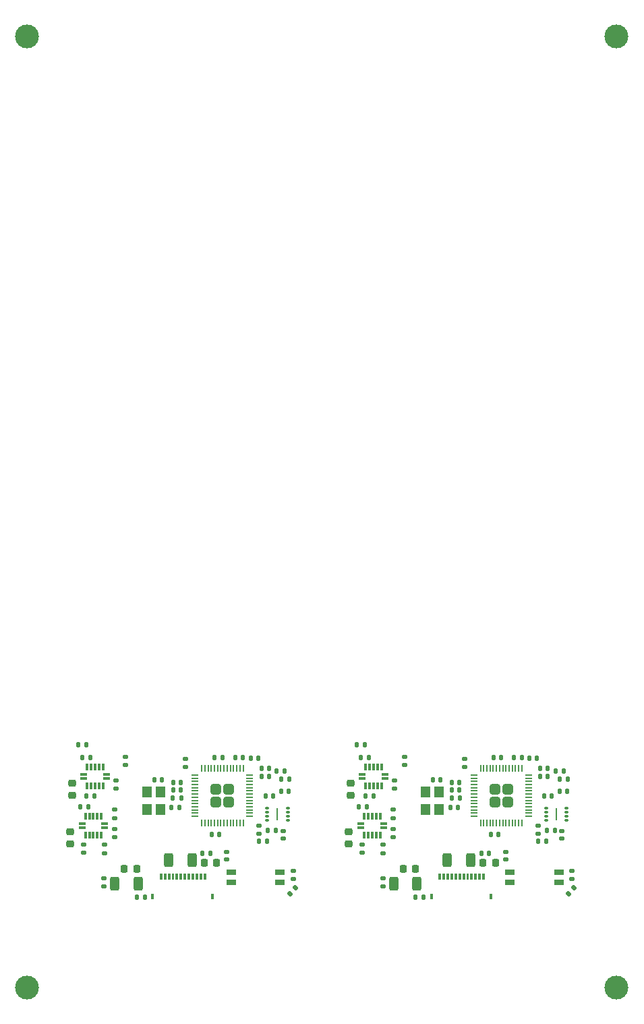
<source format=gbp>
G04 #@! TF.GenerationSoftware,KiCad,Pcbnew,7.0.8*
G04 #@! TF.CreationDate,2023-10-22T17:40:02-04:00*
G04 #@! TF.ProjectId,RGB-Panel,5247422d-5061-46e6-956c-2e6b69636164,V2.6*
G04 #@! TF.SameCoordinates,Original*
G04 #@! TF.FileFunction,Paste,Bot*
G04 #@! TF.FilePolarity,Positive*
%FSLAX46Y46*%
G04 Gerber Fmt 4.6, Leading zero omitted, Abs format (unit mm)*
G04 Created by KiCad (PCBNEW 7.0.8) date 2023-10-22 17:40:02*
%MOMM*%
%LPD*%
G01*
G04 APERTURE LIST*
G04 Aperture macros list*
%AMRoundRect*
0 Rectangle with rounded corners*
0 $1 Rounding radius*
0 $2 $3 $4 $5 $6 $7 $8 $9 X,Y pos of 4 corners*
0 Add a 4 corners polygon primitive as box body*
4,1,4,$2,$3,$4,$5,$6,$7,$8,$9,$2,$3,0*
0 Add four circle primitives for the rounded corners*
1,1,$1+$1,$2,$3*
1,1,$1+$1,$4,$5*
1,1,$1+$1,$6,$7*
1,1,$1+$1,$8,$9*
0 Add four rect primitives between the rounded corners*
20,1,$1+$1,$2,$3,$4,$5,0*
20,1,$1+$1,$4,$5,$6,$7,0*
20,1,$1+$1,$6,$7,$8,$9,0*
20,1,$1+$1,$8,$9,$2,$3,0*%
G04 Aperture macros list end*
%ADD10C,0.010000*%
%ADD11C,3.000000*%
%ADD12RoundRect,0.050000X-0.050000X-0.750000X0.050000X-0.750000X0.050000X0.750000X-0.050000X0.750000X0*%
%ADD13RoundRect,0.075000X-0.187500X-0.075000X0.187500X-0.075000X0.187500X0.075000X-0.187500X0.075000X0*%
%ADD14RoundRect,0.140000X-0.140000X-0.170000X0.140000X-0.170000X0.140000X0.170000X-0.140000X0.170000X0*%
%ADD15RoundRect,0.250000X0.312500X0.625000X-0.312500X0.625000X-0.312500X-0.625000X0.312500X-0.625000X0*%
%ADD16RoundRect,0.225000X-0.250000X0.225000X-0.250000X-0.225000X0.250000X-0.225000X0.250000X0.225000X0*%
%ADD17RoundRect,0.140000X0.140000X0.170000X-0.140000X0.170000X-0.140000X-0.170000X0.140000X-0.170000X0*%
%ADD18RoundRect,0.147500X0.147500X0.172500X-0.147500X0.172500X-0.147500X-0.172500X0.147500X-0.172500X0*%
%ADD19RoundRect,0.135000X-0.135000X-0.185000X0.135000X-0.185000X0.135000X0.185000X-0.135000X0.185000X0*%
%ADD20RoundRect,0.249999X0.395001X-0.395001X0.395001X0.395001X-0.395001X0.395001X-0.395001X-0.395001X0*%
%ADD21RoundRect,0.050000X0.050000X-0.387500X0.050000X0.387500X-0.050000X0.387500X-0.050000X-0.387500X0*%
%ADD22RoundRect,0.050000X0.387500X-0.050000X0.387500X0.050000X-0.387500X0.050000X-0.387500X-0.050000X0*%
%ADD23RoundRect,0.135000X0.135000X0.185000X-0.135000X0.185000X-0.135000X-0.185000X0.135000X-0.185000X0*%
%ADD24RoundRect,0.225000X-0.225000X-0.250000X0.225000X-0.250000X0.225000X0.250000X-0.225000X0.250000X0*%
%ADD25RoundRect,0.147500X-0.172500X0.147500X-0.172500X-0.147500X0.172500X-0.147500X0.172500X0.147500X0*%
%ADD26RoundRect,0.140000X-0.170000X0.140000X-0.170000X-0.140000X0.170000X-0.140000X0.170000X0.140000X0*%
%ADD27RoundRect,0.135000X-0.185000X0.135000X-0.185000X-0.135000X0.185000X-0.135000X0.185000X0.135000X0*%
%ADD28RoundRect,0.135000X0.185000X-0.135000X0.185000X0.135000X-0.185000X0.135000X-0.185000X-0.135000X0*%
%ADD29RoundRect,0.147500X0.017678X-0.226274X0.226274X-0.017678X-0.017678X0.226274X-0.226274X0.017678X0*%
%ADD30RoundRect,0.007800X0.422200X0.122200X-0.422200X0.122200X-0.422200X-0.122200X0.422200X-0.122200X0*%
%ADD31RoundRect,0.007800X-0.122200X0.422200X-0.122200X-0.422200X0.122200X-0.422200X0.122200X0.422200X0*%
%ADD32R,1.250000X0.760000*%
%ADD33R,0.400000X0.800000*%
%ADD34R,1.200000X1.400000*%
G04 APERTURE END LIST*
D10*
X125375006Y-128750000D02*
X125125006Y-128750000D01*
X125125006Y-128100000D01*
X125375006Y-128100000D01*
X125375006Y-128750000D01*
G36*
X125375006Y-128750000D02*
G01*
X125125006Y-128750000D01*
X125125006Y-128100000D01*
X125375006Y-128100000D01*
X125375006Y-128750000D01*
G37*
X124875006Y-128750000D02*
X124625006Y-128750000D01*
X124625006Y-128100000D01*
X124875006Y-128100000D01*
X124875006Y-128750000D01*
G36*
X124875006Y-128750000D02*
G01*
X124625006Y-128750000D01*
X124625006Y-128100000D01*
X124875006Y-128100000D01*
X124875006Y-128750000D01*
G37*
X124375006Y-128750000D02*
X124125006Y-128750000D01*
X124125006Y-128100000D01*
X124375006Y-128100000D01*
X124375006Y-128750000D01*
G36*
X124375006Y-128750000D02*
G01*
X124125006Y-128750000D01*
X124125006Y-128100000D01*
X124375006Y-128100000D01*
X124375006Y-128750000D01*
G37*
X123875006Y-128750000D02*
X123625006Y-128750000D01*
X123625006Y-128100000D01*
X123875006Y-128100000D01*
X123875006Y-128750000D01*
G36*
X123875006Y-128750000D02*
G01*
X123625006Y-128750000D01*
X123625006Y-128100000D01*
X123875006Y-128100000D01*
X123875006Y-128750000D01*
G37*
X123375006Y-128750000D02*
X123125006Y-128750000D01*
X123125006Y-128100000D01*
X123375006Y-128100000D01*
X123375006Y-128750000D01*
G36*
X123375006Y-128750000D02*
G01*
X123125006Y-128750000D01*
X123125006Y-128100000D01*
X123375006Y-128100000D01*
X123375006Y-128750000D01*
G37*
X122875006Y-128750000D02*
X122625006Y-128750000D01*
X122625006Y-128100000D01*
X122875006Y-128100000D01*
X122875006Y-128750000D01*
G36*
X122875006Y-128750000D02*
G01*
X122625006Y-128750000D01*
X122625006Y-128100000D01*
X122875006Y-128100000D01*
X122875006Y-128750000D01*
G37*
X122375006Y-128750000D02*
X122125006Y-128750000D01*
X122125006Y-128100000D01*
X122375006Y-128100000D01*
X122375006Y-128750000D01*
G36*
X122375006Y-128750000D02*
G01*
X122125006Y-128750000D01*
X122125006Y-128100000D01*
X122375006Y-128100000D01*
X122375006Y-128750000D01*
G37*
X121875006Y-128750000D02*
X121625006Y-128750000D01*
X121625006Y-128100000D01*
X121875006Y-128100000D01*
X121875006Y-128750000D01*
G36*
X121875006Y-128750000D02*
G01*
X121625006Y-128750000D01*
X121625006Y-128100000D01*
X121875006Y-128100000D01*
X121875006Y-128750000D01*
G37*
X121375006Y-128750000D02*
X121125006Y-128750000D01*
X121125006Y-128100000D01*
X121375006Y-128100000D01*
X121375006Y-128750000D01*
G36*
X121375006Y-128750000D02*
G01*
X121125006Y-128750000D01*
X121125006Y-128100000D01*
X121375006Y-128100000D01*
X121375006Y-128750000D01*
G37*
X120875006Y-128750000D02*
X120625006Y-128750000D01*
X120625006Y-128100000D01*
X120875006Y-128100000D01*
X120875006Y-128750000D01*
G36*
X120875006Y-128750000D02*
G01*
X120625006Y-128750000D01*
X120625006Y-128100000D01*
X120875006Y-128100000D01*
X120875006Y-128750000D01*
G37*
X120375006Y-128750000D02*
X120125006Y-128750000D01*
X120125006Y-128100000D01*
X120375006Y-128100000D01*
X120375006Y-128750000D01*
G36*
X120375006Y-128750000D02*
G01*
X120125006Y-128750000D01*
X120125006Y-128100000D01*
X120375006Y-128100000D01*
X120375006Y-128750000D01*
G37*
X119875006Y-128750000D02*
X119625006Y-128750000D01*
X119625006Y-128100000D01*
X119875006Y-128100000D01*
X119875006Y-128750000D01*
G36*
X119875006Y-128750000D02*
G01*
X119625006Y-128750000D01*
X119625006Y-128100000D01*
X119875006Y-128100000D01*
X119875006Y-128750000D01*
G37*
X90375006Y-128750000D02*
X90125006Y-128750000D01*
X90125006Y-128100000D01*
X90375006Y-128100000D01*
X90375006Y-128750000D01*
G36*
X90375006Y-128750000D02*
G01*
X90125006Y-128750000D01*
X90125006Y-128100000D01*
X90375006Y-128100000D01*
X90375006Y-128750000D01*
G37*
X89875006Y-128750000D02*
X89625006Y-128750000D01*
X89625006Y-128100000D01*
X89875006Y-128100000D01*
X89875006Y-128750000D01*
G36*
X89875006Y-128750000D02*
G01*
X89625006Y-128750000D01*
X89625006Y-128100000D01*
X89875006Y-128100000D01*
X89875006Y-128750000D01*
G37*
X89375006Y-128750000D02*
X89125006Y-128750000D01*
X89125006Y-128100000D01*
X89375006Y-128100000D01*
X89375006Y-128750000D01*
G36*
X89375006Y-128750000D02*
G01*
X89125006Y-128750000D01*
X89125006Y-128100000D01*
X89375006Y-128100000D01*
X89375006Y-128750000D01*
G37*
X88875006Y-128750000D02*
X88625006Y-128750000D01*
X88625006Y-128100000D01*
X88875006Y-128100000D01*
X88875006Y-128750000D01*
G36*
X88875006Y-128750000D02*
G01*
X88625006Y-128750000D01*
X88625006Y-128100000D01*
X88875006Y-128100000D01*
X88875006Y-128750000D01*
G37*
X88375006Y-128750000D02*
X88125006Y-128750000D01*
X88125006Y-128100000D01*
X88375006Y-128100000D01*
X88375006Y-128750000D01*
G36*
X88375006Y-128750000D02*
G01*
X88125006Y-128750000D01*
X88125006Y-128100000D01*
X88375006Y-128100000D01*
X88375006Y-128750000D01*
G37*
X87875006Y-128750000D02*
X87625006Y-128750000D01*
X87625006Y-128100000D01*
X87875006Y-128100000D01*
X87875006Y-128750000D01*
G36*
X87875006Y-128750000D02*
G01*
X87625006Y-128750000D01*
X87625006Y-128100000D01*
X87875006Y-128100000D01*
X87875006Y-128750000D01*
G37*
X87375006Y-128750000D02*
X87125006Y-128750000D01*
X87125006Y-128100000D01*
X87375006Y-128100000D01*
X87375006Y-128750000D01*
G36*
X87375006Y-128750000D02*
G01*
X87125006Y-128750000D01*
X87125006Y-128100000D01*
X87375006Y-128100000D01*
X87375006Y-128750000D01*
G37*
X86875006Y-128750000D02*
X86625006Y-128750000D01*
X86625006Y-128100000D01*
X86875006Y-128100000D01*
X86875006Y-128750000D01*
G36*
X86875006Y-128750000D02*
G01*
X86625006Y-128750000D01*
X86625006Y-128100000D01*
X86875006Y-128100000D01*
X86875006Y-128750000D01*
G37*
X86375006Y-128750000D02*
X86125006Y-128750000D01*
X86125006Y-128100000D01*
X86375006Y-128100000D01*
X86375006Y-128750000D01*
G36*
X86375006Y-128750000D02*
G01*
X86125006Y-128750000D01*
X86125006Y-128100000D01*
X86375006Y-128100000D01*
X86375006Y-128750000D01*
G37*
X85875006Y-128750000D02*
X85625006Y-128750000D01*
X85625006Y-128100000D01*
X85875006Y-128100000D01*
X85875006Y-128750000D01*
G36*
X85875006Y-128750000D02*
G01*
X85625006Y-128750000D01*
X85625006Y-128100000D01*
X85875006Y-128100000D01*
X85875006Y-128750000D01*
G37*
X85375006Y-128750000D02*
X85125006Y-128750000D01*
X85125006Y-128100000D01*
X85375006Y-128100000D01*
X85375006Y-128750000D01*
G36*
X85375006Y-128750000D02*
G01*
X85125006Y-128750000D01*
X85125006Y-128100000D01*
X85375006Y-128100000D01*
X85375006Y-128750000D01*
G37*
X84875006Y-128750000D02*
X84625006Y-128750000D01*
X84625006Y-128100000D01*
X84875006Y-128100000D01*
X84875006Y-128750000D01*
G36*
X84875006Y-128750000D02*
G01*
X84625006Y-128750000D01*
X84625006Y-128100000D01*
X84875006Y-128100000D01*
X84875006Y-128750000D01*
G37*
D11*
X67999997Y-23000000D03*
X142000003Y-23000000D03*
X67999997Y-142399995D03*
X142000003Y-142399995D03*
D12*
X134407506Y-120643000D03*
D13*
X133120006Y-121393000D03*
X133120006Y-120893000D03*
X133120006Y-120393000D03*
X133120006Y-119893000D03*
X135695006Y-119893000D03*
X135695006Y-120393000D03*
X135695006Y-120893000D03*
X135695006Y-121393000D03*
D14*
X91172899Y-123199892D03*
X92132899Y-123199892D03*
D15*
X81932899Y-129389892D03*
X79007899Y-129389892D03*
D16*
X108600006Y-116700000D03*
X108600006Y-118250000D03*
D14*
X97900006Y-118315000D03*
X98860006Y-118315000D03*
D17*
X87060006Y-119800000D03*
X86100006Y-119800000D03*
D18*
X90985006Y-125500000D03*
X90015006Y-125500000D03*
D19*
X86290006Y-118625000D03*
X87310006Y-118625000D03*
D20*
X91700006Y-119100000D03*
X93300006Y-119100000D03*
X91700006Y-117500000D03*
X93300006Y-117500000D03*
D21*
X95100006Y-121737500D03*
X94700006Y-121737500D03*
X94300006Y-121737500D03*
X93900006Y-121737500D03*
X93500006Y-121737500D03*
X93100006Y-121737500D03*
X92700006Y-121737500D03*
X92300006Y-121737500D03*
X91900006Y-121737500D03*
X91500006Y-121737500D03*
X91100006Y-121737500D03*
X90700006Y-121737500D03*
X90300006Y-121737500D03*
X89900006Y-121737500D03*
D22*
X89062506Y-120900000D03*
X89062506Y-120500000D03*
X89062506Y-120100000D03*
X89062506Y-119700000D03*
X89062506Y-119300000D03*
X89062506Y-118900000D03*
X89062506Y-118500000D03*
X89062506Y-118100000D03*
X89062506Y-117700000D03*
X89062506Y-117300000D03*
X89062506Y-116900000D03*
X89062506Y-116500000D03*
X89062506Y-116100000D03*
X89062506Y-115700000D03*
D21*
X89900006Y-114862500D03*
X90300006Y-114862500D03*
X90700006Y-114862500D03*
X91100006Y-114862500D03*
X91500006Y-114862500D03*
X91900006Y-114862500D03*
X92300006Y-114862500D03*
X92700006Y-114862500D03*
X93100006Y-114862500D03*
X93500006Y-114862500D03*
X93900006Y-114862500D03*
X94300006Y-114862500D03*
X94700006Y-114862500D03*
X95100006Y-114862500D03*
D22*
X95937506Y-115700000D03*
X95937506Y-116100000D03*
X95937506Y-116500000D03*
X95937506Y-116900000D03*
X95937506Y-117300000D03*
X95937506Y-117700000D03*
X95937506Y-118100000D03*
X95937506Y-118500000D03*
X95937506Y-118900000D03*
X95937506Y-119300000D03*
X95937506Y-119700000D03*
X95937506Y-120100000D03*
X95937506Y-120500000D03*
X95937506Y-120900000D03*
D23*
X135880006Y-116223000D03*
X134860006Y-116223000D03*
D24*
X90225006Y-126700000D03*
X91775006Y-126700000D03*
D23*
X111460006Y-118320000D03*
X110440006Y-118320000D03*
D14*
X132400006Y-115900000D03*
X133360006Y-115900000D03*
D25*
X93032899Y-125369892D03*
X93032899Y-126339892D03*
X112622899Y-128709892D03*
X112622899Y-129679892D03*
D26*
X100100006Y-122704000D03*
X100100006Y-123664000D03*
D27*
X77692899Y-124479892D03*
X77692899Y-125499892D03*
D17*
X97000006Y-113643000D03*
X96040006Y-113643000D03*
D24*
X80172899Y-127459892D03*
X81722899Y-127459892D03*
D23*
X75392899Y-111879892D03*
X74372899Y-111879892D03*
D28*
X75042899Y-125419892D03*
X75042899Y-124399892D03*
D23*
X75662899Y-119719892D03*
X74642899Y-119719892D03*
D28*
X110042899Y-125419892D03*
X110042899Y-124399892D03*
D23*
X117742899Y-131049892D03*
X116722899Y-131049892D03*
D29*
X135957005Y-130585786D03*
X136642899Y-129899892D03*
D16*
X73370005Y-122795000D03*
X73370005Y-124345000D03*
D14*
X132400006Y-114893000D03*
X133360006Y-114893000D03*
D28*
X113970005Y-121095000D03*
X113970005Y-120075000D03*
D26*
X135100006Y-122704000D03*
X135100006Y-123664000D03*
D30*
X110065006Y-115650000D03*
D31*
X110500006Y-114715000D03*
X111000006Y-114715000D03*
X111500006Y-114715000D03*
X112000006Y-114715000D03*
X112500006Y-114715000D03*
D30*
X112935006Y-115650000D03*
X112935006Y-116150000D03*
D31*
X112500006Y-117085000D03*
X112000006Y-117085000D03*
X111500006Y-117085000D03*
X111000006Y-117085000D03*
X110500006Y-117085000D03*
D30*
X110065006Y-116150000D03*
D14*
X83940006Y-116350000D03*
X84900006Y-116350000D03*
D23*
X100880006Y-116223000D03*
X99860006Y-116223000D03*
D17*
X132000006Y-113643000D03*
X131040006Y-113643000D03*
D23*
X99220006Y-122684000D03*
X98200006Y-122684000D03*
D26*
X97100006Y-122100000D03*
X97100006Y-123060000D03*
D19*
X121290006Y-118625000D03*
X122310006Y-118625000D03*
D23*
X110900006Y-113500000D03*
X109880006Y-113500000D03*
D17*
X130080006Y-113550000D03*
X129120006Y-113550000D03*
X122260006Y-117600000D03*
X121300006Y-117600000D03*
D27*
X112692899Y-124479892D03*
X112692899Y-125499892D03*
D32*
X134742899Y-127879892D03*
X134742899Y-129149892D03*
X128592899Y-129149892D03*
X128592899Y-127879892D03*
D27*
X122900006Y-113680000D03*
X122900006Y-114700000D03*
X87900006Y-113680000D03*
X87900006Y-114700000D03*
D33*
X118750006Y-131000000D03*
X126250006Y-131000000D03*
D14*
X91520006Y-113550000D03*
X92480006Y-113550000D03*
X97400006Y-115900000D03*
X98360006Y-115900000D03*
D25*
X77622899Y-128709892D03*
X77622899Y-129679892D03*
D23*
X76460006Y-118320000D03*
X75440006Y-118320000D03*
X110662899Y-119719892D03*
X109642899Y-119719892D03*
D14*
X118940006Y-116350000D03*
X119900006Y-116350000D03*
X97400006Y-114893000D03*
X98360006Y-114893000D03*
D34*
X84714006Y-117835000D03*
X84714006Y-120035000D03*
X83014006Y-120035000D03*
X83014006Y-117835000D03*
D18*
X125985006Y-125500000D03*
X125015006Y-125500000D03*
D24*
X115172899Y-127459892D03*
X116722899Y-127459892D03*
D27*
X79100005Y-116399999D03*
X79100005Y-117419999D03*
D14*
X126520006Y-113550000D03*
X127480006Y-113550000D03*
X126172899Y-123199892D03*
X127132899Y-123199892D03*
D28*
X115350006Y-114413000D03*
X115350006Y-113393000D03*
D27*
X114100005Y-116399999D03*
X114100005Y-117419999D03*
D19*
X97110006Y-124020000D03*
X98130006Y-124020000D03*
D24*
X125225006Y-126700000D03*
X126775006Y-126700000D03*
D17*
X87260006Y-117600000D03*
X86300006Y-117600000D03*
D30*
X74865006Y-121845000D03*
D31*
X75300006Y-120910000D03*
X75800006Y-120910000D03*
X76300006Y-120910000D03*
X76800006Y-120910000D03*
X77300006Y-120910000D03*
D30*
X77735006Y-121845000D03*
X77735006Y-122345000D03*
D31*
X77300006Y-123280000D03*
X76800006Y-123280000D03*
X76300006Y-123280000D03*
X75800006Y-123280000D03*
X75300006Y-123280000D03*
D30*
X74865006Y-122345000D03*
X75065006Y-115650000D03*
D31*
X75500006Y-114715000D03*
X76000006Y-114715000D03*
X76500006Y-114715000D03*
X77000006Y-114715000D03*
X77500006Y-114715000D03*
D30*
X77935006Y-115650000D03*
X77935006Y-116150000D03*
D31*
X77500006Y-117085000D03*
X77000006Y-117085000D03*
X76500006Y-117085000D03*
X76000006Y-117085000D03*
X75500006Y-117085000D03*
D30*
X75065006Y-116150000D03*
D27*
X78970005Y-122495000D03*
X78970005Y-123515000D03*
D14*
X134840006Y-117743000D03*
X135800006Y-117743000D03*
D17*
X95080006Y-113550000D03*
X94120006Y-113550000D03*
D29*
X100957005Y-130585786D03*
X101642899Y-129899892D03*
D23*
X110392899Y-111879892D03*
X109372899Y-111879892D03*
D25*
X128032899Y-125369892D03*
X128032899Y-126339892D03*
D17*
X122060006Y-119800000D03*
X121100006Y-119800000D03*
D28*
X80350006Y-114413000D03*
X80350006Y-113393000D03*
D20*
X126700006Y-119100000D03*
X128300006Y-119100000D03*
X126700006Y-117500000D03*
X128300006Y-117500000D03*
D21*
X130100006Y-121737500D03*
X129700006Y-121737500D03*
X129300006Y-121737500D03*
X128900006Y-121737500D03*
X128500006Y-121737500D03*
X128100006Y-121737500D03*
X127700006Y-121737500D03*
X127300006Y-121737500D03*
X126900006Y-121737500D03*
X126500006Y-121737500D03*
X126100006Y-121737500D03*
X125700006Y-121737500D03*
X125300006Y-121737500D03*
X124900006Y-121737500D03*
D22*
X124062506Y-120900000D03*
X124062506Y-120500000D03*
X124062506Y-120100000D03*
X124062506Y-119700000D03*
X124062506Y-119300000D03*
X124062506Y-118900000D03*
X124062506Y-118500000D03*
X124062506Y-118100000D03*
X124062506Y-117700000D03*
X124062506Y-117300000D03*
X124062506Y-116900000D03*
X124062506Y-116500000D03*
X124062506Y-116100000D03*
X124062506Y-115700000D03*
D21*
X124900006Y-114862500D03*
X125300006Y-114862500D03*
X125700006Y-114862500D03*
X126100006Y-114862500D03*
X126500006Y-114862500D03*
X126900006Y-114862500D03*
X127300006Y-114862500D03*
X127700006Y-114862500D03*
X128100006Y-114862500D03*
X128500006Y-114862500D03*
X128900006Y-114862500D03*
X129300006Y-114862500D03*
X129700006Y-114862500D03*
X130100006Y-114862500D03*
D22*
X130937506Y-115700000D03*
X130937506Y-116100000D03*
X130937506Y-116500000D03*
X130937506Y-116900000D03*
X130937506Y-117300000D03*
X130937506Y-117700000D03*
X130937506Y-118100000D03*
X130937506Y-118500000D03*
X130937506Y-118900000D03*
X130937506Y-119300000D03*
X130937506Y-119700000D03*
X130937506Y-120100000D03*
X130937506Y-120500000D03*
X130937506Y-120900000D03*
D17*
X122260006Y-116625000D03*
X121300006Y-116625000D03*
D15*
X116932899Y-129389892D03*
X114007899Y-129389892D03*
D12*
X99407506Y-120643000D03*
D13*
X98120006Y-121393000D03*
X98120006Y-120893000D03*
X98120006Y-120393000D03*
X98120006Y-119893000D03*
X100695006Y-119893000D03*
X100695006Y-120393000D03*
X100695006Y-120893000D03*
X100695006Y-121393000D03*
D23*
X100340006Y-115173000D03*
X99320006Y-115173000D03*
D15*
X88662506Y-126360000D03*
X85737506Y-126360000D03*
D27*
X113970005Y-122495000D03*
X113970005Y-123515000D03*
D19*
X132110006Y-124020000D03*
X133130006Y-124020000D03*
D15*
X123662506Y-126360000D03*
X120737506Y-126360000D03*
D23*
X135340006Y-115173000D03*
X134320006Y-115173000D03*
X82742899Y-131049892D03*
X81722899Y-131049892D03*
D16*
X73600006Y-116700000D03*
X73600006Y-118250000D03*
D26*
X132100006Y-122100000D03*
X132100006Y-123060000D03*
D14*
X99840006Y-117743000D03*
X100800006Y-117743000D03*
D32*
X99742899Y-127879892D03*
X99742899Y-129149892D03*
X93592899Y-129149892D03*
X93592899Y-127879892D03*
D23*
X134220006Y-122684000D03*
X133200006Y-122684000D03*
D25*
X101392899Y-127749892D03*
X101392899Y-128719892D03*
D30*
X109865006Y-121845000D03*
D31*
X110300006Y-120910000D03*
X110800006Y-120910000D03*
X111300006Y-120910000D03*
X111800006Y-120910000D03*
X112300006Y-120910000D03*
D30*
X112735006Y-121845000D03*
X112735006Y-122345000D03*
D31*
X112300006Y-123280000D03*
X111800006Y-123280000D03*
X111300006Y-123280000D03*
X110800006Y-123280000D03*
X110300006Y-123280000D03*
D30*
X109865006Y-122345000D03*
D28*
X78970005Y-121095000D03*
X78970005Y-120075000D03*
D14*
X132900006Y-118315000D03*
X133860006Y-118315000D03*
D17*
X87260006Y-116625000D03*
X86300006Y-116625000D03*
D25*
X136392899Y-127749892D03*
X136392899Y-128719892D03*
D23*
X75900006Y-113500000D03*
X74880006Y-113500000D03*
D34*
X119714006Y-117835000D03*
X119714006Y-120035000D03*
X118014006Y-120035000D03*
X118014006Y-117835000D03*
D33*
X83750006Y-131000000D03*
X91250006Y-131000000D03*
D16*
X108370005Y-122795000D03*
X108370005Y-124345000D03*
M02*

</source>
